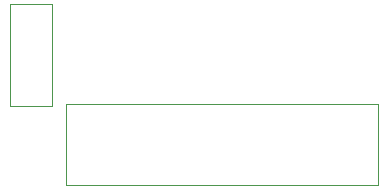
<source format=gbr>
G04 #@! TF.FileFunction,Other,User*
%FSLAX46Y46*%
G04 Gerber Fmt 4.6, Leading zero omitted, Abs format (unit mm)*
G04 Created by KiCad (PCBNEW 4.0.7) date Monday, July 02, 2018 'PMt' 09:22:05 PM*
%MOMM*%
%LPD*%
G01*
G04 APERTURE LIST*
%ADD10C,0.100000*%
%ADD11C,0.050000*%
G04 APERTURE END LIST*
D10*
D11*
X181842000Y-119275000D02*
X181842000Y-110625000D01*
X181842000Y-110625000D02*
X185442000Y-110625000D01*
X185442000Y-110625000D02*
X185442000Y-119275000D01*
X185442000Y-119275000D02*
X181842000Y-119275000D01*
X186610000Y-119045000D02*
X213010000Y-119045000D01*
X213010000Y-119045000D02*
X213010000Y-125945000D01*
X213010000Y-125945000D02*
X186610000Y-125945000D01*
X186610000Y-125945000D02*
X186610000Y-119045000D01*
M02*

</source>
